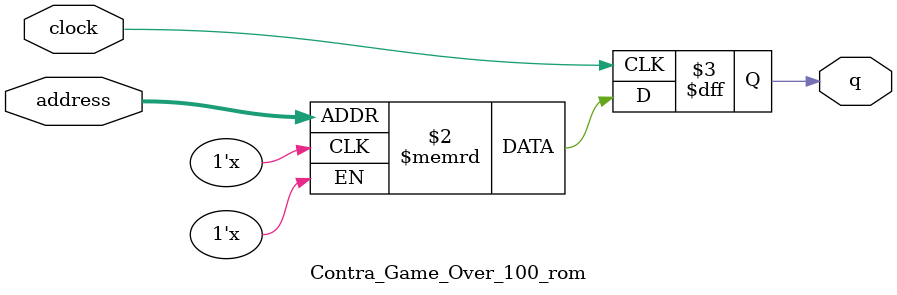
<source format=sv>
module Contra_Game_Over_100_rom (
	input logic clock,
	input logic [12:0] address,
	output logic [0:0] q
);

logic [0:0] memory [0:7499] /* synthesis ram_init_file = "./Contra_Game_Over_100/Contra_Game_Over_100.mif" */;

always_ff @ (posedge clock) begin
	q <= memory[address];
end

endmodule

</source>
